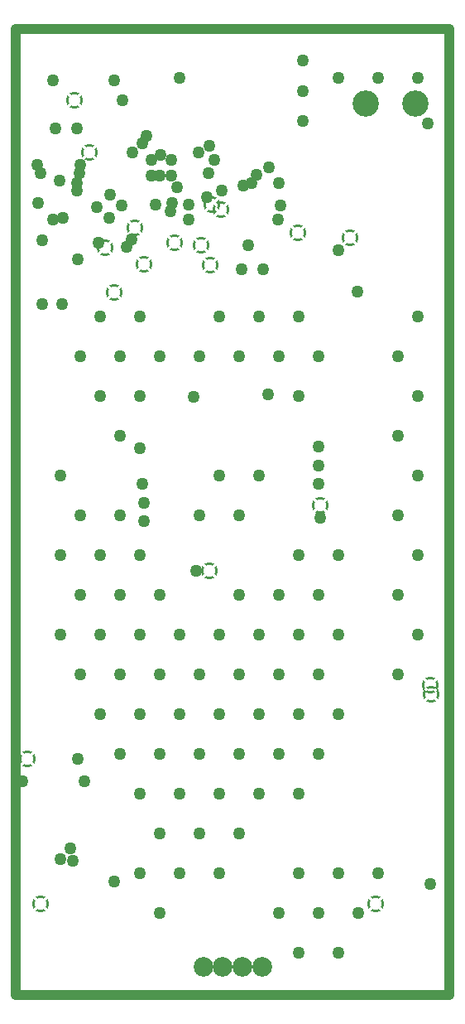
<source format=gbr>
%TF.GenerationSoftware,Altium Limited,Altium Designer,20.2.8 (258)*%
G04 Layer_Physical_Order=3*
G04 Layer_Color=128*
%FSLAX26Y26*%
%MOIN*%
%TF.SameCoordinates,C5A62E15-709C-4439-AAC4-A247E21399B6*%
%TF.FilePolarity,Negative*%
%TF.FileFunction,Copper,L3,Inr,Plane*%
%TF.Part,Single*%
G01*
G75*
%TA.AperFunction,NonConductor*%
%ADD48C,0.040000*%
%TA.AperFunction,ComponentPad*%
%ADD49C,0.079370*%
%ADD51C,0.106142*%
%TA.AperFunction,ViaPad*%
%ADD52C,0.050000*%
G04:AMPARAMS|DCode=53|XSize=70mil|YSize=70mil|CornerRadius=0mil|HoleSize=0mil|Usage=FLASHONLY|Rotation=0.000|XOffset=0mil|YOffset=0mil|HoleType=Round|Shape=Relief|Width=10mil|Gap=10mil|Entries=4|*
%AMTHD53*
7,0,0,0.070000,0.050000,0.010000,45*
%
%ADD53THD53*%
D48*
X1180000Y1110000D02*
Y4995000D01*
X2925000D01*
Y1110000D02*
Y4995000D01*
X1180000Y1110000D02*
X2925000D01*
D49*
X2091870Y1221653D02*
D03*
X2013130D02*
D03*
X1934390D02*
D03*
X2170610D02*
D03*
D51*
X2590000Y4693740D02*
D03*
X2790000D02*
D03*
D52*
X1340000Y4595000D02*
D03*
X1690000Y4535000D02*
D03*
X1915000Y4500000D02*
D03*
X1960000Y4525000D02*
D03*
X1424000Y4345000D02*
D03*
X1425000Y4375000D02*
D03*
X1830000Y4360000D02*
D03*
X1270000Y4295000D02*
D03*
X2800000Y4800000D02*
D03*
Y3840000D02*
D03*
X2720000Y3680000D02*
D03*
X2800000Y3520000D02*
D03*
X2720000Y3360000D02*
D03*
X2800000Y3200000D02*
D03*
X2720000Y3040000D02*
D03*
X2800000Y2880000D02*
D03*
X2720000Y2720000D02*
D03*
X2800000Y2560000D02*
D03*
X2720000Y2400000D02*
D03*
X2640000Y4800000D02*
D03*
Y1600000D02*
D03*
X2560000Y1440000D02*
D03*
X2480000Y4800000D02*
D03*
X2400000Y3680000D02*
D03*
X2480000Y2880000D02*
D03*
X2400000Y2720000D02*
D03*
X2480000Y2560000D02*
D03*
X2400000Y2400000D02*
D03*
X2480000Y2240000D02*
D03*
X2400000Y2080000D02*
D03*
X2480000Y1600000D02*
D03*
X2400000Y1440000D02*
D03*
X2480000Y1280000D02*
D03*
X2320000Y3840000D02*
D03*
X2240000Y3680000D02*
D03*
X2320000Y3520000D02*
D03*
Y2880000D02*
D03*
X2240000Y2720000D02*
D03*
X2320000Y2560000D02*
D03*
X2240000Y2400000D02*
D03*
X2320000Y2240000D02*
D03*
X2240000Y2080000D02*
D03*
X2320000Y1920000D02*
D03*
Y1600000D02*
D03*
X2240000Y1440000D02*
D03*
X2320000Y1280000D02*
D03*
X2160000Y3840000D02*
D03*
X2080000Y3680000D02*
D03*
X2160000Y3200000D02*
D03*
X2080000Y3040000D02*
D03*
Y2720000D02*
D03*
X2160000Y2560000D02*
D03*
X2080000Y2400000D02*
D03*
X2160000Y2240000D02*
D03*
X2080000Y2080000D02*
D03*
X2160000Y1920000D02*
D03*
X2080000Y1760000D02*
D03*
X2000000Y3840000D02*
D03*
X1920000Y3680000D02*
D03*
X2000000Y3200000D02*
D03*
X1920000Y3040000D02*
D03*
X2000000Y2560000D02*
D03*
X1920000Y2400000D02*
D03*
X2000000Y2240000D02*
D03*
X1920000Y2080000D02*
D03*
X2000000Y1920000D02*
D03*
X1920000Y1760000D02*
D03*
X2000000Y1600000D02*
D03*
X1840000Y4800000D02*
D03*
X1760000Y3680000D02*
D03*
Y2720000D02*
D03*
X1840000Y2560000D02*
D03*
X1760000Y2400000D02*
D03*
X1840000Y2240000D02*
D03*
X1760000Y2080000D02*
D03*
X1840000Y1920000D02*
D03*
X1760000Y1760000D02*
D03*
X1840000Y1600000D02*
D03*
X1760000Y1440000D02*
D03*
X1680000Y3840000D02*
D03*
X1600000Y3680000D02*
D03*
X1680000Y3520000D02*
D03*
X1600000Y3360000D02*
D03*
Y3040000D02*
D03*
X1680000Y2880000D02*
D03*
X1600000Y2720000D02*
D03*
X1680000Y2560000D02*
D03*
X1600000Y2400000D02*
D03*
X1680000Y2240000D02*
D03*
X1600000Y2080000D02*
D03*
X1680000Y1920000D02*
D03*
Y1600000D02*
D03*
X1520000Y3840000D02*
D03*
X1440000Y3680000D02*
D03*
X1520000Y3520000D02*
D03*
X1440000Y3040000D02*
D03*
X1520000Y2880000D02*
D03*
X1440000Y2720000D02*
D03*
X1520000Y2560000D02*
D03*
X1440000Y2400000D02*
D03*
X1520000Y2240000D02*
D03*
X1360000Y3200000D02*
D03*
Y2880000D02*
D03*
Y2560000D02*
D03*
X1705000Y4565000D02*
D03*
X1625000Y4120000D02*
D03*
X1645000Y4150000D02*
D03*
X1762500Y4487500D02*
D03*
X1875000Y4230000D02*
D03*
Y4290000D02*
D03*
X1810000Y4295000D02*
D03*
X1802061Y4262060D02*
D03*
X2850000Y1555000D02*
D03*
X1743358Y4288358D02*
D03*
X1575000Y1565000D02*
D03*
X1285000Y4145000D02*
D03*
X1513162Y4135726D02*
D03*
X1410000Y1650000D02*
D03*
X1360000Y1655000D02*
D03*
X1330000Y4230000D02*
D03*
X1370000Y4235000D02*
D03*
X1455000Y1970000D02*
D03*
X1205000D02*
D03*
X1400000Y1700000D02*
D03*
X1430000Y2060000D02*
D03*
X2555000Y3940000D02*
D03*
X2480000Y4105000D02*
D03*
X2400224Y3164307D02*
D03*
X2400040Y3239961D02*
D03*
X1680000Y3310000D02*
D03*
X1895000Y3515000D02*
D03*
X2195000Y3525000D02*
D03*
X1283835Y3890000D02*
D03*
X1695000Y3090000D02*
D03*
X1365000Y3890000D02*
D03*
X1690000Y3165000D02*
D03*
X2090000Y4030000D02*
D03*
X2175000D02*
D03*
X1905000Y2815000D02*
D03*
X2405000Y3030000D02*
D03*
X1695000Y3015000D02*
D03*
X2400000Y3315000D02*
D03*
X1265000Y4450000D02*
D03*
X1280000Y4415000D02*
D03*
X1435000D02*
D03*
X1440000Y4450000D02*
D03*
X2245000Y4285000D02*
D03*
X1955000Y4415000D02*
D03*
X1980000Y4470000D02*
D03*
X2150000Y4410000D02*
D03*
X2200000Y4440000D02*
D03*
X2240000Y4375000D02*
D03*
X2840000Y4615000D02*
D03*
X2235000Y4230000D02*
D03*
X2335000Y4625000D02*
D03*
Y4745000D02*
D03*
Y4870000D02*
D03*
X1805000Y4470000D02*
D03*
Y4405000D02*
D03*
X1760000D02*
D03*
X1725000Y4470000D02*
D03*
Y4405000D02*
D03*
X1950000Y4320000D02*
D03*
X2010000Y4345000D02*
D03*
X2095000Y4365000D02*
D03*
X1355000Y4385000D02*
D03*
X2130000Y4375000D02*
D03*
X2115000Y4125000D02*
D03*
X1650000Y4500000D02*
D03*
X1430000Y4070000D02*
D03*
X1555000Y4235000D02*
D03*
X1505000Y4280000D02*
D03*
X1605000Y4285000D02*
D03*
X1560000Y4330000D02*
D03*
X1610000Y4709882D02*
D03*
X1330000Y4790000D02*
D03*
X1575000D02*
D03*
X1425000Y4595000D02*
D03*
D53*
X2005000Y4270000D02*
D03*
X1970000Y4290000D02*
D03*
X1961243Y4045072D02*
D03*
X2850000Y2355000D02*
D03*
X2851181Y2319410D02*
D03*
X1695000Y4050000D02*
D03*
X1820000Y4135000D02*
D03*
X1280000Y1475000D02*
D03*
X2630000D02*
D03*
X1660000Y4195000D02*
D03*
X1540000Y4115000D02*
D03*
X1225000Y2060000D02*
D03*
X2405000Y3080000D02*
D03*
X2315000Y4175000D02*
D03*
X2525000Y4155000D02*
D03*
X1960000Y2815000D02*
D03*
X1925000Y4125000D02*
D03*
X1475000Y4500000D02*
D03*
X1575000Y3935000D02*
D03*
X1415000Y4710000D02*
D03*
%TF.MD5,835da3704b9a330416b3557e1d826caa*%
M02*

</source>
